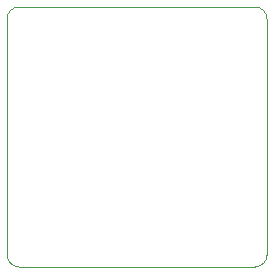
<source format=gbr>
%TF.GenerationSoftware,KiCad,Pcbnew,7.0.7*%
%TF.CreationDate,2024-07-11T11:51:31-04:00*%
%TF.ProjectId,attiny412_breakout,61747469-6e79-4343-9132-5f627265616b,1.0*%
%TF.SameCoordinates,Original*%
%TF.FileFunction,Profile,NP*%
%FSLAX46Y46*%
G04 Gerber Fmt 4.6, Leading zero omitted, Abs format (unit mm)*
G04 Created by KiCad (PCBNEW 7.0.7) date 2024-07-11 11:51:31*
%MOMM*%
%LPD*%
G01*
G04 APERTURE LIST*
%TA.AperFunction,Profile*%
%ADD10C,0.100000*%
%TD*%
G04 APERTURE END LIST*
D10*
X158590000Y-112052892D02*
G75*
G03*
X159590000Y-111052894I2J999998D01*
G01*
X138590000Y-90052896D02*
G75*
G03*
X137590000Y-91052894I-2J-999998D01*
G01*
X137590000Y-111052894D02*
G75*
G03*
X138590000Y-112052894I1000000J0D01*
G01*
X138590000Y-90052894D02*
X158590000Y-90052894D01*
X159589998Y-91052894D02*
G75*
G03*
X158590000Y-90052894I-999998J2D01*
G01*
X159590000Y-91052894D02*
X159590000Y-111052894D01*
X137590000Y-111052894D02*
X137590000Y-91052894D01*
X158590000Y-112052894D02*
X138590000Y-112052894D01*
M02*

</source>
